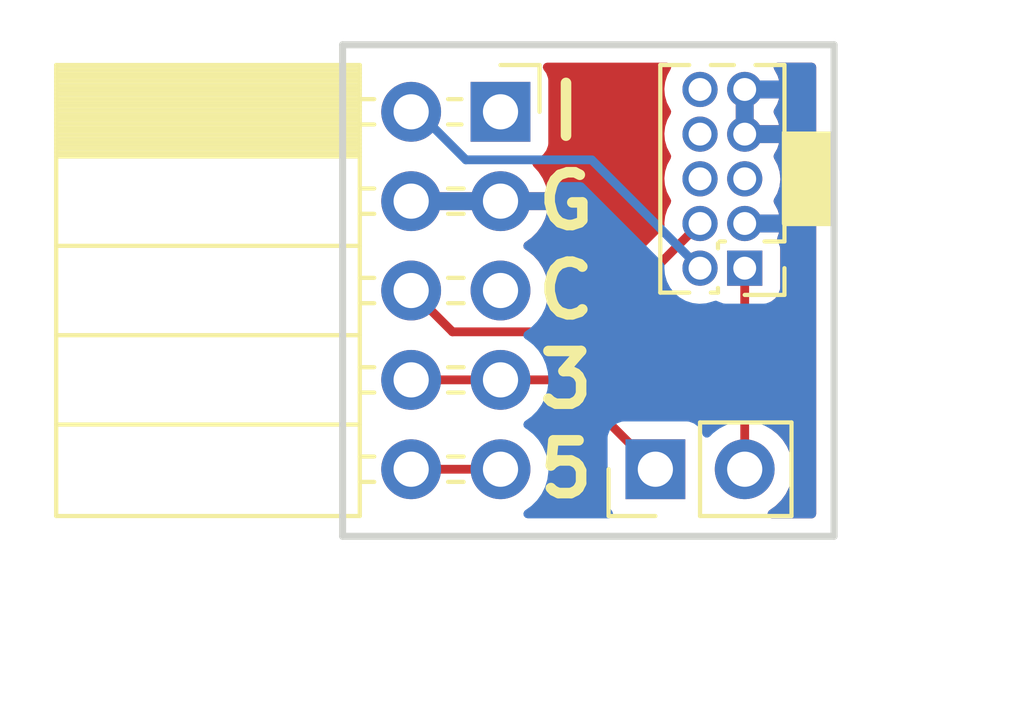
<source format=kicad_pcb>
(kicad_pcb (version 20211014) (generator pcbnew)
  (layers (0 "F.Cu" signal) (31 "B.Cu" signal) (34 "B.Paste" user "B.Plakken") (35 "F.Paste" user "F.Plakken") (36 "B.SilkS" user "B.Silkscreen") (37 "F.SilkS" user "F.Silkscreen") (38 "B.Mask" user) (39 "F.Mask" user "F. masker") (44 "Edge.Cuts" user))
  (net 0 "")
  (net 1 "TMS")
  (net 2 "GND")
  (net 3 "TCK")
  (net 4 "3V3")
  (net 5 "5V")
  (net 6 "VDD")
  (footprint "Connector_PinSocket_2.54mm:PinSocket_2x05_P2.54mm_Horizontal" (layer "F.Cu") (at 127.677984 74.93)
    (fp_text reference "J1" hide)
    (fp_text value "Conn_02x05_Odd_Even")
    (fp_line (start -12.63 1.1519) (end -4 1.1519) (layer "F.SilkS") (width 0.12))
    (fp_line (start -1.49 5.44) (end -1.05 5.44) (layer "F.SilkS") (width 0.12))
    (fp_line (start -12.63 -0.383335) (end -4 -0.383335) (layer "F.SilkS") (width 0.12))
    (fp_line (start -1.49 7.26) (end -1.05 7.26) (layer "F.SilkS") (width 0.12))
    (fp_line (start -12.63 -0.02905) (end -4 -0.02905) (layer "F.SilkS") (width 0.12))
    (fp_line (start -12.63 3.81) (end -4 3.81) (layer "F.SilkS") (width 0.12))
    (fp_line (start -1.49 0.36) (end -1.11 0.36) (layer "F.SilkS") (width 0.12))
    (fp_line (start -4 10.52) (end -3.59 10.52) (layer "F.SilkS") (width 0.12))
    (fp_line (start -4 7.26) (end -3.59 7.26) (layer "F.SilkS") (width 0.12))
    (fp_line (start -12.63 -0.147145) (end -4 -0.147145) (layer "F.SilkS") (width 0.12))
    (fp_line (start -1.49 10.52) (end -1.05 10.52) (layer "F.SilkS") (width 0.12))
    (fp_line (start -1.49 2.18) (end -1.05 2.18) (layer "F.SilkS") (width 0.12))
    (fp_line (start -12.63 0.20714) (end -4 0.20714) (layer "F.SilkS") (width 0.12))
    (fp_line (start -12.63 0.325235) (end -4 0.325235) (layer "F.SilkS") (width 0.12))
    (fp_line (start -12.63 0.91571) (end -4 0.91571) (layer "F.SilkS") (width 0.12))
    (fp_line (start -12.63 8.89) (end -4 8.89) (layer "F.SilkS") (width 0.12))
    (fp_line (start -12.63 -1.091905) (end -4 -1.091905) (layer "F.SilkS") (width 0.12))
    (fp_line (start -4 5.44) (end -3.59 5.44) (layer "F.SilkS") (width 0.12))
    (fp_line (start -12.63 -0.855715) (end -4 -0.855715) (layer "F.SilkS") (width 0.12))
    (fp_line (start -1.49 7.98) (end -1.05 7.98) (layer "F.SilkS") (width 0.12))
    (fp_line (start 1.11 -1.33) (end 1.11 0) (layer "F.SilkS") (width 0.12))
    (fp_line (start -12.63 0.089045) (end -4 0.089045) (layer "F.SilkS") (width 0.12))
    (fp_line (start -4 0.36) (end -3.59 0.36) (layer "F.SilkS") (width 0.12))
    (fp_line (start -1.49 -0.36) (end -1.11 -0.36) (layer "F.SilkS") (width 0.12))
    (fp_line (start -4 -0.36) (end -3.59 -0.36) (layer "F.SilkS") (width 0.12))
    (fp_line (start -12.63 0.44333) (end -4 0.44333) (layer "F.SilkS") (width 0.12))
    (fp_line (start -4 2.9) (end -3.59 2.9) (layer "F.SilkS") (width 0.12))
    (fp_line (start -12.63 -0.50143) (end -4 -0.50143) (layer "F.SilkS") (width 0.12))
    (fp_line (start -12.63 -0.619525) (end -4 -0.619525) (layer "F.SilkS") (width 0.12))
    (fp_line (start -1.49 4.72) (end -1.05 4.72) (layer "F.SilkS") (width 0.12))
    (fp_line (start -12.63 1.27) (end -4 1.27) (layer "F.SilkS") (width 0.12))
    (fp_line (start -12.63 6.35) (end -4 6.35) (layer "F.SilkS") (width 0.12))
    (fp_line (start -12.63 -0.97381) (end -4 -0.97381) (layer "F.SilkS") (width 0.12))
    (fp_line (start -4 4.72) (end -3.59 4.72) (layer "F.SilkS") (width 0.12))
    (fp_line (start -12.63 11.49) (end -4 11.49) (layer "F.SilkS") (width 0.12))
    (fp_line (start -12.63 0.797615) (end -4 0.797615) (layer "F.SilkS") (width 0.12))
    (fp_line (start -12.63 -1.33) (end -12.63 11.49) (layer "F.SilkS") (width 0.12))
    (fp_line (start -12.63 -0.26524) (end -4 -0.26524) (layer "F.SilkS") (width 0.12))
    (fp_line (start -1.49 2.9) (end -1.05 2.9) (layer "F.SilkS") (width 0.12))
    (fp_line (start -1.49 9.8) (end -1.05 9.8) (layer "F.SilkS") (width 0.12))
    (fp_line (start -12.63 -0.73762) (end -4 -0.73762) (layer "F.SilkS") (width 0.12))
    (fp_line (start -12.63 1.033805) (end -4 1.033805) (layer "F.SilkS") (width 0.12))
    (fp_line (start 0 -1.33) (end 1.11 -1.33) (layer "F.SilkS") (width 0.12))
    (fp_line (start -4 2.18) (end -3.59 2.18) (layer "F.SilkS") (width 0.12))
    (fp_line (start -4 -1.33) (end -4 11.49) (layer "F.SilkS") (width 0.12))
    (fp_line (start -12.63 0.561425) (end -4 0.561425) (layer "F.SilkS") (width 0.12))
    (fp_line (start -4 7.98) (end -3.59 7.98) (layer "F.SilkS") (width 0.12))
    (fp_line (start -12.63 0.67952) (end -4 0.67952) (layer "F.SilkS") (width 0.12))
    (fp_line (start -12.63 -1.21) (end -4 -1.21) (layer "F.SilkS") (width 0.12))
    (fp_line (start -12.63 -1.33) (end -4 -1.33) (layer "F.SilkS") (width 0.12))
    (fp_line (start -4 9.8) (end -3.59 9.8) (layer "F.SilkS") (width 0.12))
    (pad "1" thru_hole rect locked (at 0 0) (size 1.7 1.7) (drill 1) (layers *.Cu *.Mask))
    (pad "2" thru_hole oval locked (at -2.54 0) (size 1.7 1.7) (drill 1) (layers *.Cu *.Mask) (net 1 "TMS"))
    (pad "3" thru_hole oval locked (at 0 2.54) (size 1.7 1.7) (drill 1) (layers *.Cu *.Mask) (net 2 "GND"))
    (pad "4" thru_hole oval locked (at -2.54 2.54) (size 1.7 1.7) (drill 1) (layers *.Cu *.Mask) (net 2 "GND"))
    (pad "5" thru_hole oval locked (at 0 5.08) (size 1.7 1.7) (drill 1) (layers *.Cu *.Mask))
    (pad "6" thru_hole oval locked (at -2.54 5.08) (size 1.7 1.7) (drill 1) (layers *.Cu *.Mask) (net 3 "TCK"))
    (pad "7" thru_hole oval locked (at 0 7.62) (size 1.7 1.7) (drill 1) (layers *.Cu *.Mask) (net 4 "3V3"))
    (pad "8" thru_hole oval locked (at -2.54 7.62) (size 1.7 1.7) (drill 1) (layers *.Cu *.Mask) (net 4 "3V3"))
    (pad "9" thru_hole oval locked (at 0 10.16) (size 1.7 1.7) (drill 1) (layers *.Cu *.Mask) (net 5 "5V"))
    (pad "10" thru_hole oval locked (at -2.54 10.16) (size 1.7 1.7) (drill 1) (layers *.Cu *.Mask) (net 5 "5V"))
  )
  (footprint "Connector_PinHeader_1.27mm:PinHeader_2x05_P1.27mm_Vertical" (layer "F.Cu") (at 134.62 79.375 180)
    (fp_text reference "J2" hide)
    (fp_text value "Conn_02x05_Odd_Even")
    (fp_line (start 0.76 -0.695) (end 0.96247 -0.695) (layer "F.SilkS") (width 0.12))
    (fp_line (start 0.76 -0.563471) (end 0.76 -0.695) (layer "F.SilkS") (width 0.12))
    (fp_line (start -1.13 0.76) (end -0.563471 0.76) (layer "F.SilkS") (width 0.12))
    (fp_line (start -1.13 -0.76) (end 0 -0.76) (layer "F.SilkS") (width 0.12))
    (fp_line (start 1.57753 5.775) (end 2.4 5.775) (layer "F.SilkS") (width 0.12))
    (fp_line (start -1.13 5.775) (end -0.30753 5.775) (layer "F.SilkS") (width 0.12))
    (fp_line (start 0.30753 5.775) (end 0.96247 5.775) (layer "F.SilkS") (width 0.12))
    (fp_line (start 0.76 0.706529) (end 0.76 0.563471) (layer "F.SilkS") (width 0.12))
    (fp_line (start 1.57753 -0.695) (end 2.4 -0.695) (layer "F.SilkS") (width 0.12))
    (fp_line (start -1.13 0.76) (end -1.13 5.775) (layer "F.SilkS") (width 0.12))
    (fp_line (start 0.563471 0.76) (end 0.706529 0.76) (layer "F.SilkS") (width 0.12))
    (fp_line (start 2.4 -0.695) (end 2.4 5.775) (layer "F.SilkS") (width 0.12))
    (fp_line (start -1.13 0) (end -1.13 -0.76) (layer "F.SilkS") (width 0.12))
    (pad "1" thru_hole rect locked (at 0 0 180) (size 1 1) (drill 0.65) (layers *.Cu *.Mask) (net 6 "VDD"))
    (pad "2" thru_hole oval locked (at 1.27 0 180) (size 1 1) (drill 0.65) (layers *.Cu *.Mask) (net 1 "TMS"))
    (pad "3" thru_hole oval locked (at 0 1.27 180) (size 1 1) (drill 0.65) (layers *.Cu *.Mask) (net 2 "GND"))
    (pad "4" thru_hole oval locked (at 1.27 1.27 180) (size 1 1) (drill 0.65) (layers *.Cu *.Mask) (net 3 "TCK"))
    (pad "5" thru_hole oval locked (at 0 2.54 180) (size 1 1) (drill 0.65) (layers *.Cu *.Mask))
    (pad "6" thru_hole oval locked (at 1.27 2.54 180) (size 1 1) (drill 0.65) (layers *.Cu *.Mask))
    (pad "7" thru_hole oval locked (at 0 3.81 180) (size 1 1) (drill 0.65) (layers *.Cu *.Mask) (net 2 "GND"))
    (pad "8" thru_hole oval locked (at 1.27 3.81 180) (size 1 1) (drill 0.65) (layers *.Cu *.Mask))
    (pad "9" thru_hole oval locked (at 0 5.08 180) (size 1 1) (drill 0.65) (layers *.Cu *.Mask) (net 2 "GND"))
    (pad "10" thru_hole oval locked (at 1.27 5.08 180) (size 1 1) (drill 0.65) (layers *.Cu *.Mask))
  )
  (footprint "Connector_PinHeader_2.54mm:PinHeader_1x02_P2.54mm_Vertical" (layer "F.Cu") (at 132.08 85.09 90)
    (fp_text reference "J3" hide)
    (fp_text value "Conn_01x02_Male")
    (fp_line (start -1.33 0) (end -1.33 -1.33) (layer "F.SilkS") (width 0.12))
    (fp_line (start -1.33 -1.33) (end 0 -1.33) (layer "F.SilkS") (width 0.12))
    (fp_line (start -1.33 3.87) (end 1.33 3.87) (layer "F.SilkS") (width 0.12))
    (fp_line (start -1.33 1.27) (end -1.33 3.87) (layer "F.SilkS") (width 0.12))
    (fp_line (start 1.33 1.27) (end 1.33 3.87) (layer "F.SilkS") (width 0.12))
    (fp_line (start -1.33 1.27) (end 1.33 1.27) (layer "F.SilkS") (width 0.12))
    (pad "1" thru_hole rect locked (at 0 0 90) (size 1.7 1.7) (drill 1) (layers *.Cu *.Mask) (net 4 "3V3"))
    (pad "2" thru_hole oval locked (at 0 2.54 90) (size 1.7 1.7) (drill 1) (layers *.Cu *.Mask) (net 6 "VDD"))
  )
  (gr_rect (start 135.75 75.565) (end 137.16 78.105) (layer "F.SilkS") (width 0.15) (fill solid))
  (gr_line (start 123.19 73.025) (end 123.19 86.995) (layer "Edge.Cuts") (width 0.2))
  (gr_line (start 123.19 86.995) (end 137.16 86.995) (layer "Edge.Cuts") (width 0.2))
  (gr_line (start 137.16 86.995) (end 137.16 73.025) (layer "Edge.Cuts") (width 0.2))
  (gr_line (start 137.16 73.025) (end 123.19 73.025) (layer "Edge.Cuts") (width 0.2))
  (gr_text "C" (at 129.54 80.01) (layer "F.SilkS") (effects (font (size 1.5 1.5) (thickness 0.3))))
  (gr_text "G" (at 129.54 77.47) (layer "F.SilkS") (effects (font (size 1.5 1.5) (thickness 0.3))))
  (gr_text "3" (at 129.54 82.55) (layer "F.SilkS") (effects (font (size 1.5 1.5) (thickness 0.3))))
  (gr_text "5" (at 129.54 85.09) (layer "F.SilkS") (effects (font (size 1.5 1.5) (thickness 0.3))))
  (gr_text "I" (at 129.54 74.93) (layer "F.SilkS") (effects (font (size 1.5 1.5) (thickness 0.3))))
  (segment (start 126.694451 76.295489) (end 130.270489 76.295489) (width 0.25) (layer "B.Cu") (net 1))
  (segment (start 125.328962 74.93) (end 126.694451 76.295489) (width 0.25) (layer "B.Cu") (net 1))
  (segment (start 125.137984 74.93) (end 125.328962 74.93) (width 0.25) (layer "B.Cu") (net 1))
  (segment (start 130.270489 76.295489) (end 133.35 79.375) (width 0.25) (layer "B.Cu") (net 1))
  (segment (start 126.312495 81.184511) (end 130.270489 81.184511) (width 0.25) (layer "F.Cu") (net 3))
  (segment (start 130.270489 81.184511) (end 133.35 78.105) (width 0.25) (layer "F.Cu") (net 3))
  (segment (start 125.137984 80.01) (end 126.312495 81.184511) (width 0.25) (layer "F.Cu") (net 3))
  (segment (start 125.137984 82.55) (end 127.677984 82.55) (width 0.25) (layer "F.Cu") (net 4))
  (segment (start 127.677984 82.55) (end 129.54 82.55) (width 0.25) (layer "F.Cu") (net 4))
  (segment (start 129.54 82.55) (end 132.08 85.09) (width 0.25) (layer "F.Cu") (net 4))
  (segment (start 127.677984 85.09) (end 125.137984 85.09) (width 0.25) (layer "F.Cu") (net 5))
  (segment (start 134.62 85.09) (end 134.62 79.375) (width 0.25) (layer "F.Cu") (net 6))
  (zone (net 2) (net_name "GND") (layers F&B.Cu) (connect_pads (clearance 0.508)) (min_thickness 0.254) (fill yes (thermal_gap 0.508) (thermal_bridge_width 0.508))
    (polygon (pts (xy 137.16 86.995) (xy 123.19 86.995) (xy 123.19 73.025) (xy 137.16 73.025)))
  )
)
</source>
